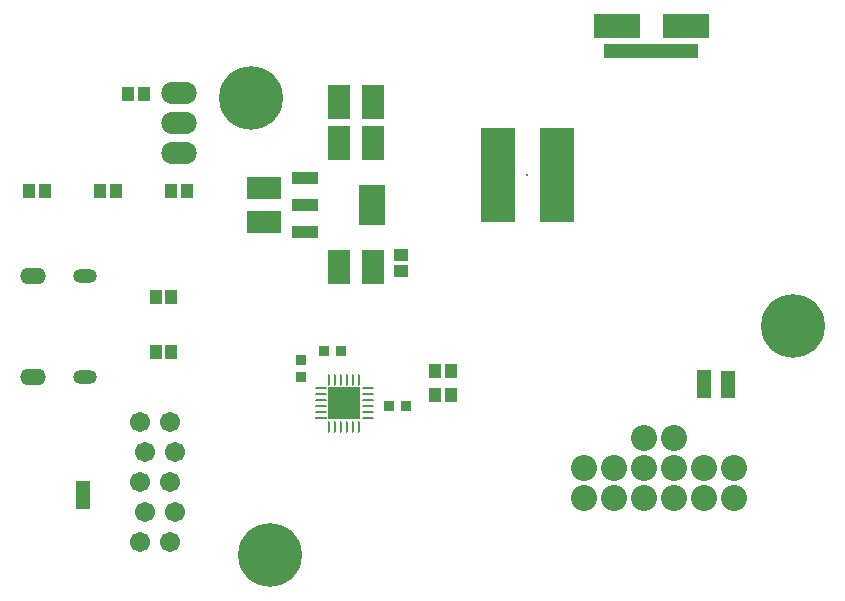
<source format=gbs>
G04*
G04 #@! TF.GenerationSoftware,Altium Limited,Altium Designer,23.2.1 (34)*
G04*
G04 Layer_Color=16711935*
%FSLAX44Y44*%
%MOMM*%
G71*
G04*
G04 #@! TF.SameCoordinates,D71E7737-13ED-4BDA-A6DE-6AB0D4F083BE*
G04*
G04*
G04 #@! TF.FilePolarity,Negative*
G04*
G01*
G75*
%ADD23R,4.0000X2.0000*%
%ADD24R,8.0000X1.2000*%
%ADD28O,3.0032X1.9032*%
%ADD29C,2.2032*%
%ADD30C,5.4000*%
%ADD31C,0.2032*%
%ADD32O,2.2000X1.4000*%
%ADD33O,2.0000X1.2000*%
%ADD34C,0.1000*%
%ADD35C,1.7032*%
%ADD51R,0.9581X0.9121*%
%ADD52R,0.9121X0.9581*%
%ADD56R,2.7000X2.7000*%
G04:AMPARAMS|DCode=57|XSize=0.2393mm|YSize=0.9791mm|CornerRadius=0.1196mm|HoleSize=0mm|Usage=FLASHONLY|Rotation=0.000|XOffset=0mm|YOffset=0mm|HoleType=Round|Shape=RoundedRectangle|*
%AMROUNDEDRECTD57*
21,1,0.2393,0.7398,0,0,0.0*
21,1,0.0000,0.9791,0,0,0.0*
1,1,0.2393,0.0000,-0.3699*
1,1,0.2393,0.0000,-0.3699*
1,1,0.2393,0.0000,0.3699*
1,1,0.2393,0.0000,0.3699*
%
%ADD57ROUNDEDRECTD57*%
G04:AMPARAMS|DCode=58|XSize=0.9791mm|YSize=0.2393mm|CornerRadius=0.1196mm|HoleSize=0mm|Usage=FLASHONLY|Rotation=0.000|XOffset=0mm|YOffset=0mm|HoleType=Round|Shape=RoundedRectangle|*
%AMROUNDEDRECTD58*
21,1,0.9791,0.0000,0,0,0.0*
21,1,0.7398,0.2393,0,0,0.0*
1,1,0.2393,0.3699,0.0000*
1,1,0.2393,-0.3699,0.0000*
1,1,0.2393,-0.3699,0.0000*
1,1,0.2393,0.3699,0.0000*
%
%ADD58ROUNDEDRECTD58*%
%ADD59R,0.9791X0.2393*%
%ADD61R,1.8526X2.9042*%
%ADD62R,2.9042X1.8526*%
%ADD63R,3.0000X8.0000*%
%ADD66R,1.2032X1.2032*%
%ADD67R,2.3032X1.1032*%
%ADD68R,2.3032X3.4032*%
%ADD69R,1.0032X1.1532*%
%ADD70R,1.1532X1.0032*%
D23*
X-121000Y254000D02*
D03*
X-179000D02*
D03*
D24*
X-150000Y233000D02*
D03*
D28*
X-550000Y197500D02*
D03*
Y146700D02*
D03*
Y172100D02*
D03*
D29*
X-156200Y-94600D02*
D03*
X-130800D02*
D03*
X-105400Y-145400D02*
D03*
X-80000Y-120000D02*
D03*
X-207000Y-145400D02*
D03*
X-130800D02*
D03*
X-156200Y-120000D02*
D03*
Y-145400D02*
D03*
X-130800Y-120000D02*
D03*
X-207000D02*
D03*
X-181600Y-145400D02*
D03*
Y-120000D02*
D03*
X-80000Y-145400D02*
D03*
X-105400Y-120000D02*
D03*
D30*
X-473000Y-193400D02*
D03*
X-489000Y193400D02*
D03*
X-30000Y0D02*
D03*
D31*
X-255000Y128400D02*
D03*
D32*
X-673400Y-43000D02*
D03*
Y43000D02*
D03*
D33*
X-629100Y-43000D02*
D03*
Y43000D02*
D03*
D34*
X-634100Y28900D02*
D03*
Y-28900D02*
D03*
D35*
X-557500Y-80900D02*
D03*
X-582900D02*
D03*
X-578900Y-106300D02*
D03*
X-582900Y-131700D02*
D03*
X-553500Y-106300D02*
D03*
X-582900Y-182500D02*
D03*
X-557500D02*
D03*
X-578900Y-157100D02*
D03*
X-557500Y-131700D02*
D03*
X-553500Y-157100D02*
D03*
D51*
X-412730Y-21000D02*
D03*
X-427270D02*
D03*
X-357730Y-67000D02*
D03*
X-372270D02*
D03*
D52*
X-447000Y-28460D02*
D03*
Y-43000D02*
D03*
D56*
X-410000Y-65000D02*
D03*
D57*
X-422500Y-84895D02*
D03*
X-417500D02*
D03*
X-412500D02*
D03*
X-407500D02*
D03*
X-402500D02*
D03*
X-397500D02*
D03*
Y-45104D02*
D03*
X-402500D02*
D03*
X-407500D02*
D03*
X-412500D02*
D03*
X-417500D02*
D03*
X-422500D02*
D03*
D58*
X-390104Y-77500D02*
D03*
X-390104Y-72500D02*
D03*
Y-67500D02*
D03*
Y-62500D02*
D03*
X-390104Y-57500D02*
D03*
Y-52500D02*
D03*
X-429896D02*
D03*
Y-57500D02*
D03*
Y-62500D02*
D03*
Y-67500D02*
D03*
Y-72500D02*
D03*
D59*
Y-77500D02*
D03*
D61*
X-414252Y50000D02*
D03*
X-385747Y50000D02*
D03*
X-414253Y190000D02*
D03*
X-385748D02*
D03*
X-414252Y155000D02*
D03*
X-385748D02*
D03*
D62*
X-477500Y88248D02*
D03*
Y116753D02*
D03*
D63*
X-230000Y128400D02*
D03*
X-280000D02*
D03*
D66*
X-631000Y-137000D02*
D03*
Y-148700D02*
D03*
X-105000Y-54800D02*
D03*
Y-43100D02*
D03*
X-85000Y-55100D02*
D03*
Y-43400D02*
D03*
D67*
X-443500Y79500D02*
D03*
Y102500D02*
D03*
Y125500D02*
D03*
D68*
X-386500Y102500D02*
D03*
D69*
X-332750Y-58000D02*
D03*
X-319250D02*
D03*
X-332750Y-38000D02*
D03*
X-319250D02*
D03*
X-543250Y115000D02*
D03*
X-556750D02*
D03*
X-603250D02*
D03*
X-616750D02*
D03*
X-579250Y197000D02*
D03*
X-592750D02*
D03*
X-556250Y25000D02*
D03*
X-569750D02*
D03*
X-556250Y-22000D02*
D03*
X-569750D02*
D03*
X-663250Y115000D02*
D03*
X-676750D02*
D03*
D70*
X-362000Y60750D02*
D03*
Y47250D02*
D03*
M02*

</source>
